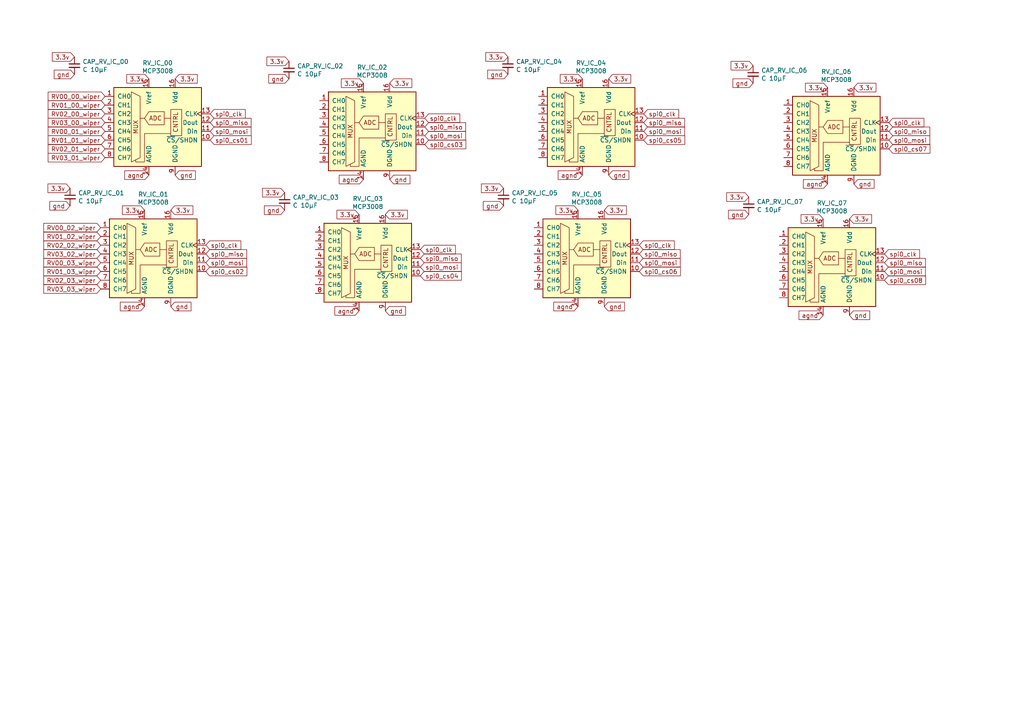
<source format=kicad_sch>
(kicad_sch (version 20230121) (generator eeschema)
  (paper "A4")
  (lib_symbols
    (symbol "Analog_ADC:MCP3008" (pin_names (offset 1.016))
      (property "Reference" "U" (at -5.08 13.335 0))
      (property "Value" "MCP3008" (at -5.08 11.43 0))
      (symbol "MCP3008_0_0"
        (text "ADC" (at -0.635 1.27 0) (effects (font (size 1.27 1.27))))
        (text "CNTRL" (at 5.969 -2.921 900) (effects (font (size 1.27 1.27)) (justify left bottom)))
        (text "MUX" (at -6.35 -1.27 900) (effects (font (size 1.27 1.27))))
      )
      (symbol "MCP3008_0_1"
        (polyline (pts (xy -3.81 1.27) (xy -5.08 1.27)))
        (polyline (pts (xy 1.905 1.27) (xy 3.81 1.27)))
        (polyline (pts (xy -7.62 8.89) (xy -7.62 -11.43) (xy -5.08 -10.16) (xy -5.08 7.62) (xy -7.62 8.89)))
        (polyline (pts (xy 3.81 -3.175) (xy -3.81 -3.175) (xy -3.81 -11.43) (xy -6.35 -11.43) (xy -6.35 -10.795)))
        (polyline (pts (xy 1.905 3.175) (xy 1.905 -0.635) (xy -2.54 -0.635) (xy -3.81 1.27) (xy -2.54 3.175) (xy 1.905 3.175)))
        (rectangle (start 3.81 -3.81) (end 6.985 3.81))
        (rectangle (start 12.7 -12.7) (end -12.7 10.16) (stroke (width 0.254)) (fill (type background)))
      )
      (symbol "MCP3008_1_1"
        (pin input line (at -15.24 7.62 0) (length 2.54) (name "CH0") (number "1"))
        (pin input line (at 15.24 -5.08 180) (length 2.54) (name "~{CS}/SHDN") (number "10"))
        (pin input line (at 15.24 -2.54 180) (length 2.54) (name "Din") (number "11"))
        (pin output line (at 15.24 0 180) (length 2.54) (name "Dout") (number "12"))
        (pin input clock (at 15.24 2.54 180) (length 2.54) (name "CLK") (number "13"))
        (pin power_in line (at -2.54 -15.24 90) (length 2.54) (name "AGND") (number "14"))
        (pin power_in line (at -2.54 12.7 270) (length 2.54) (name "Vref") (number "15"))
        (pin power_in line (at 5.08 12.7 270) (length 2.54) (name "Vdd") (number "16"))
        (pin input line (at -15.24 5.08 0) (length 2.54) (name "CH1") (number "2"))
        (pin input line (at -15.24 2.54 0) (length 2.54) (name "CH2") (number "3"))
        (pin input line (at -15.24 0 0) (length 2.54) (name "CH3") (number "4"))
        (pin input line (at -15.24 -2.54 0) (length 2.54) (name "CH4") (number "5"))
        (pin input line (at -15.24 -5.08 0) (length 2.54) (name "CH5") (number "6"))
        (pin input line (at -15.24 -7.62 0) (length 2.54) (name "CH6") (number "7"))
        (pin input line (at -15.24 -10.16 0) (length 2.54) (name "CH7") (number "8"))
        (pin power_in line (at 5.08 -15.24 90) (length 2.54) (name "DGND") (number "9"))
      )
    )
    (symbol "Device:C_Small" (pin_numbers hide) (pin_names (offset 0.254) hide)
      (property "Reference" "C" (at 0.254 1.778 0))
      (property "Value" "C_Small" (at 0.254 -2.032 0))
      (symbol "C_Small_0_1"
        (polyline (pts (xy -1.524 -0.508) (xy 1.524 -0.508)) (stroke (width 0.3302)))
        (polyline (pts (xy -1.524 0.508) (xy 1.524 0.508)) (stroke (width 0.3048)))
      )
      (symbol "C_Small_1_1"
        (pin passive line (at 0 2.54 270) (length 2.032) (name "~") (number "1"))
        (pin passive line (at 0 -2.54 90) (length 2.032) (name "~") (number "2"))
      )
    )
  )
  (global_label "spi0_mosi" (shape input) (at 123.19 39.37 0) (property "Intersheetrefs" "${INTERSHEET_REFS}" (effects hide)))
  (global_label "RV01_02_wiper" (shape input) (at 29.21 68.58 180) (property "Intersheetrefs" "${INTERSHEET_REFS}" (effects hide)))
  (global_label "gnd" (shape input) (at 113.03 52.07 0) (property "Intersheetrefs" "${INTERSHEET_REFS}" (effects hide)))
  (global_label "gnd" (shape input) (at 82.55 60.96 180) (property "Intersheetrefs" "${INTERSHEET_REFS}" (effects hide)))
  (global_label "3.3v" (shape input) (at 41.91 60.96 180) (property "Intersheetrefs" "${INTERSHEET_REFS}" (effects hide)))
  (global_label "3.3v" (shape input) (at 247.65 25.4 0) (property "Intersheetrefs" "${INTERSHEET_REFS}" (effects hide)))
  (global_label "3.3v" (shape input) (at 176.53 22.86 0) (property "Intersheetrefs" "${INTERSHEET_REFS}" (effects hide)))
  (global_label "spi0_clk" (shape input) (at 256.54 73.66 0) (property "Intersheetrefs" "${INTERSHEET_REFS}" (effects hide)))
  (global_label "RV00_01_wiper" (shape input) (at 30.48 38.1 180) (property "Intersheetrefs" "${INTERSHEET_REFS}" (effects hide)))
  (global_label "RV02_00_wiper" (shape input) (at 30.48 33.02 180) (property "Intersheetrefs" "${INTERSHEET_REFS}" (effects hide)))
  (global_label "RV00_03_wiper" (shape input) (at 29.21 76.2 180) (property "Intersheetrefs" "${INTERSHEET_REFS}" (effects hide)))
  (global_label "agnd" (shape input) (at 168.91 50.8 180) (property "Intersheetrefs" "${INTERSHEET_REFS}" (effects hide)))
  (global_label "RV03_03_wiper" (shape input) (at 29.21 83.82 180) (property "Intersheetrefs" "${INTERSHEET_REFS}" (effects hide)))
  (global_label "spi0_miso" (shape input) (at 257.81 38.1 0) (property "Intersheetrefs" "${INTERSHEET_REFS}" (effects hide)))
  (global_label "spi0_mosi" (shape input) (at 60.96 38.1 0) (property "Intersheetrefs" "${INTERSHEET_REFS}" (effects hide)))
  (global_label "agnd" (shape input) (at 105.41 52.07 180) (property "Intersheetrefs" "${INTERSHEET_REFS}" (effects hide)))
  (global_label "3.3v" (shape input) (at 246.38 63.5 0) (property "Intersheetrefs" "${INTERSHEET_REFS}" (effects hide)))
  (global_label "gnd" (shape input) (at 146.05 59.69 180) (property "Intersheetrefs" "${INTERSHEET_REFS}" (effects hide)))
  (global_label "RV03_02_wiper" (shape input) (at 29.21 73.66 180) (property "Intersheetrefs" "${INTERSHEET_REFS}" (effects hide)))
  (global_label "3.3v" (shape input) (at 147.32 16.51 180) (property "Intersheetrefs" "${INTERSHEET_REFS}" (effects hide)))
  (global_label "3.3v" (shape input) (at 238.76 63.5 180) (property "Intersheetrefs" "${INTERSHEET_REFS}" (effects hide)))
  (global_label "spi0_cs08" (shape input) (at 256.54 81.28 0) (property "Intersheetrefs" "${INTERSHEET_REFS}" (effects hide)))
  (global_label "spi0_mosi" (shape input) (at 185.42 76.2 0) (property "Intersheetrefs" "${INTERSHEET_REFS}" (effects hide)))
  (global_label "agnd" (shape input) (at 238.76 91.44 180) (property "Intersheetrefs" "${INTERSHEET_REFS}" (effects hide)))
  (global_label "3.3v" (shape input) (at 111.76 62.23 0) (property "Intersheetrefs" "${INTERSHEET_REFS}" (effects hide)))
  (global_label "3.3v" (shape input) (at 43.18 22.86 180) (property "Intersheetrefs" "${INTERSHEET_REFS}" (effects hide)))
  (global_label "3.3v" (shape input) (at 168.91 22.86 180) (property "Intersheetrefs" "${INTERSHEET_REFS}" (effects hide)))
  (global_label "3.3v" (shape input) (at 105.41 24.13 180) (property "Intersheetrefs" "${INTERSHEET_REFS}" (effects hide)))
  (global_label "3.3v" (shape input) (at 83.82 17.78 180) (property "Intersheetrefs" "${INTERSHEET_REFS}" (effects hide)))
  (global_label "spi0_miso" (shape input) (at 59.69 73.66 0) (property "Intersheetrefs" "${INTERSHEET_REFS}" (effects hide)))
  (global_label "spi0_clk" (shape input) (at 186.69 33.02 0) (property "Intersheetrefs" "${INTERSHEET_REFS}" (effects hide)))
  (global_label "3.3v" (shape input) (at 113.03 24.13 0) (property "Intersheetrefs" "${INTERSHEET_REFS}" (effects hide)))
  (global_label "gnd" (shape input) (at 247.65 53.34 0) (property "Intersheetrefs" "${INTERSHEET_REFS}" (effects hide)))
  (global_label "3.3v" (shape input) (at 146.05 54.61 180) (property "Intersheetrefs" "${INTERSHEET_REFS}" (effects hide)))
  (global_label "spi0_mosi" (shape input) (at 121.92 77.47 0) (property "Intersheetrefs" "${INTERSHEET_REFS}" (effects hide)))
  (global_label "RV02_03_wiper" (shape input) (at 29.21 81.28 180) (property "Intersheetrefs" "${INTERSHEET_REFS}" (effects hide)))
  (global_label "3.3v" (shape input) (at 49.53 60.96 0) (property "Intersheetrefs" "${INTERSHEET_REFS}" (effects hide)))
  (global_label "3.3v" (shape input) (at 175.26 60.96 0) (property "Intersheetrefs" "${INTERSHEET_REFS}" (effects hide)))
  (global_label "spi0_cs07" (shape input) (at 257.81 43.18 0) (property "Intersheetrefs" "${INTERSHEET_REFS}" (effects hide)))
  (global_label "3.3v" (shape input) (at 50.8 22.86 0) (property "Intersheetrefs" "${INTERSHEET_REFS}" (effects hide)))
  (global_label "gnd" (shape input) (at 217.17 62.23 180) (property "Intersheetrefs" "${INTERSHEET_REFS}" (effects hide)))
  (global_label "RV01_00_wiper" (shape input) (at 30.48 30.48 180) (property "Intersheetrefs" "${INTERSHEET_REFS}" (effects hide)))
  (global_label "spi0_cs04" (shape input) (at 121.92 80.01 0) (property "Intersheetrefs" "${INTERSHEET_REFS}" (effects hide)))
  (global_label "gnd" (shape input) (at 83.82 22.86 180) (property "Intersheetrefs" "${INTERSHEET_REFS}" (effects hide)))
  (global_label "spi0_cs06" (shape input) (at 185.42 78.74 0) (property "Intersheetrefs" "${INTERSHEET_REFS}" (effects hide)))
  (global_label "3.3v" (shape input) (at 218.44 19.05 180) (property "Intersheetrefs" "${INTERSHEET_REFS}" (effects hide)))
  (global_label "gnd" (shape input) (at 218.44 24.13 180) (property "Intersheetrefs" "${INTERSHEET_REFS}" (effects hide)))
  (global_label "spi0_miso" (shape input) (at 256.54 76.2 0) (property "Intersheetrefs" "${INTERSHEET_REFS}" (effects hide)))
  (global_label "spi0_mosi" (shape input) (at 59.69 76.2 0) (property "Intersheetrefs" "${INTERSHEET_REFS}" (effects hide)))
  (global_label "gnd" (shape input) (at 246.38 91.44 0) (property "Intersheetrefs" "${INTERSHEET_REFS}" (effects hide)))
  (global_label "RV02_02_wiper" (shape input) (at 29.21 71.12 180) (property "Intersheetrefs" "${INTERSHEET_REFS}" (effects hide)))
  (global_label "agnd" (shape input) (at 167.64 88.9 180) (property "Intersheetrefs" "${INTERSHEET_REFS}" (effects hide)))
  (global_label "gnd" (shape input) (at 50.8 50.8 0) (property "Intersheetrefs" "${INTERSHEET_REFS}" (effects hide)))
  (global_label "RV02_01_wiper" (shape input) (at 30.48 43.18 180) (property "Intersheetrefs" "${INTERSHEET_REFS}" (effects hide)))
  (global_label "gnd" (shape input) (at 147.32 21.59 180) (property "Intersheetrefs" "${INTERSHEET_REFS}" (effects hide)))
  (global_label "spi0_cs01" (shape input) (at 60.96 40.64 0) (property "Intersheetrefs" "${INTERSHEET_REFS}" (effects hide)))
  (global_label "spi0_miso" (shape input) (at 60.96 35.56 0) (property "Intersheetrefs" "${INTERSHEET_REFS}" (effects hide)))
  (global_label "agnd" (shape input) (at 104.14 90.17 180) (property "Intersheetrefs" "${INTERSHEET_REFS}" (effects hide)))
  (global_label "RV00_02_wiper" (shape input) (at 29.21 66.04 180) (property "Intersheetrefs" "${INTERSHEET_REFS}" (effects hide)))
  (global_label "RV03_01_wiper" (shape input) (at 30.48 45.72 180) (property "Intersheetrefs" "${INTERSHEET_REFS}" (effects hide)))
  (global_label "spi0_clk" (shape input) (at 123.19 34.29 0) (property "Intersheetrefs" "${INTERSHEET_REFS}" (effects hide)))
  (global_label "spi0_clk" (shape input) (at 257.81 35.56 0) (property "Intersheetrefs" "${INTERSHEET_REFS}" (effects hide)))
  (global_label "gnd" (shape input) (at 20.32 59.69 180) (property "Intersheetrefs" "${INTERSHEET_REFS}" (effects hide)))
  (global_label "spi0_cs03" (shape input) (at 123.19 41.91 0) (property "Intersheetrefs" "${INTERSHEET_REFS}" (effects hide)))
  (global_label "3.3v" (shape input) (at 217.17 57.15 180) (property "Intersheetrefs" "${INTERSHEET_REFS}" (effects hide)))
  (global_label "gnd" (shape input) (at 49.53 88.9 0) (property "Intersheetrefs" "${INTERSHEET_REFS}" (effects hide)))
  (global_label "spi0_cs05" (shape input) (at 186.69 40.64 0) (property "Intersheetrefs" "${INTERSHEET_REFS}" (effects hide)))
  (global_label "gnd" (shape input) (at 175.26 88.9 0) (property "Intersheetrefs" "${INTERSHEET_REFS}" (effects hide)))
  (global_label "spi0_clk" (shape input) (at 60.96 33.02 0) (property "Intersheetrefs" "${INTERSHEET_REFS}" (effects hide)))
  (global_label "gnd" (shape input) (at 21.59 21.59 180) (property "Intersheetrefs" "${INTERSHEET_REFS}" (effects hide)))
  (global_label "RV01_03_wiper" (shape input) (at 29.21 78.74 180) (property "Intersheetrefs" "${INTERSHEET_REFS}" (effects hide)))
  (global_label "spi0_cs02" (shape input) (at 59.69 78.74 0) (property "Intersheetrefs" "${INTERSHEET_REFS}" (effects hide)))
  (global_label "spi0_miso" (shape input) (at 123.19 36.83 0) (property "Intersheetrefs" "${INTERSHEET_REFS}" (effects hide)))
  (global_label "spi0_miso" (shape input) (at 185.42 73.66 0) (property "Intersheetrefs" "${INTERSHEET_REFS}" (effects hide)))
  (global_label "gnd" (shape input) (at 176.53 50.8 0) (property "Intersheetrefs" "${INTERSHEET_REFS}" (effects hide)))
  (global_label "agnd" (shape input) (at 240.03 53.34 180) (property "Intersheetrefs" "${INTERSHEET_REFS}" (effects hide)))
  (global_label "3.3v" (shape input) (at 104.14 62.23 180) (property "Intersheetrefs" "${INTERSHEET_REFS}" (effects hide)))
  (global_label "3.3v" (shape input) (at 82.55 55.88 180) (property "Intersheetrefs" "${INTERSHEET_REFS}" (effects hide)))
  (global_label "spi0_mosi" (shape input) (at 257.81 40.64 0) (property "Intersheetrefs" "${INTERSHEET_REFS}" (effects hide)))
  (global_label "3.3v" (shape input) (at 21.59 16.51 180) (property "Intersheetrefs" "${INTERSHEET_REFS}" (effects hide)))
  (global_label "3.3v" (shape input) (at 167.64 60.96 180) (property "Intersheetrefs" "${INTERSHEET_REFS}" (effects hide)))
  (global_label "spi0_mosi" (shape input) (at 256.54 78.74 0) (property "Intersheetrefs" "${INTERSHEET_REFS}" (effects hide)))
  (global_label "spi0_clk" (shape input) (at 121.92 72.39 0) (property "Intersheetrefs" "${INTERSHEET_REFS}" (effects hide)))
  (global_label "RV03_00_wiper" (shape input) (at 30.48 35.56 180) (property "Intersheetrefs" "${INTERSHEET_REFS}" (effects hide)))
  (global_label "spi0_mosi" (shape input) (at 186.69 38.1 0) (property "Intersheetrefs" "${INTERSHEET_REFS}" (effects hide)))
  (global_label "3.3v" (shape input) (at 240.03 25.4 180) (property "Intersheetrefs" "${INTERSHEET_REFS}" (effects hide)))
  (global_label "spi0_clk" (shape input) (at 59.69 71.12 0) (property "Intersheetrefs" "${INTERSHEET_REFS}" (effects hide)))
  (global_label "agnd" (shape input) (at 43.18 50.8 180) (property "Intersheetrefs" "${INTERSHEET_REFS}" (effects hide)))
  (global_label "gnd" (shape input) (at 111.76 90.17 0) (property "Intersheetrefs" "${INTERSHEET_REFS}" (effects hide)))
  (global_label "spi0_clk" (shape input) (at 185.42 71.12 0) (property "Intersheetrefs" "${INTERSHEET_REFS}" (effects hide)))
  (global_label "RV01_01_wiper" (shape input) (at 30.48 40.64 180) (property "Intersheetrefs" "${INTERSHEET_REFS}" (effects hide)))
  (global_label "spi0_miso" (shape input) (at 121.92 74.93 0) (property "Intersheetrefs" "${INTERSHEET_REFS}" (effects hide)))
  (global_label "spi0_miso" (shape input) (at 186.69 35.56 0) (property "Intersheetrefs" "${INTERSHEET_REFS}" (effects hide)))
  (global_label "RV00_00_wiper" (shape input) (at 30.48 27.94 180) (property "Intersheetrefs" "${INTERSHEET_REFS}" (effects hide)))
  (global_label "3.3v" (shape input) (at 20.32 54.61 180) (property "Intersheetrefs" "${INTERSHEET_REFS}" (effects hide)))
  (global_label "agnd" (shape input) (at 41.91 88.9 180) (property "Intersheetrefs" "${INTERSHEET_REFS}" (effects hide)))
  (symbol (lib_id "Analog_ADC:MCP3008") (at 45.72 35.56 0) (unit 1)
    (property "Reference" "RV_IC_00" (at 45.72 18.2626 0))
    (property "Value" "MCP3008" (at 45.72 20.574 0))
    (property "Footprint" "Package_DIP:DIP-16_W7.62mm" (effects hide))
    (property "Datasheet" "http://ww1.microchip.com/downloads/en/DeviceDoc/21295d.pdf" (effects hide))
    (instances (project "kp_gmapminiproto" (path "" (reference "RV_IC_00") (unit 1)) (path "" (reference "RVIC_?") (unit 1))))
  )
  (symbol (lib_id "Analog_ADC:MCP3008") (at 44.45 73.66 0) (unit 1)
    (property "Reference" "RV_IC_01" (at 44.45 56.3626 0))
    (property "Value" "MCP3008" (at 44.45 58.674 0))
    (property "Footprint" "Package_DIP:DIP-16_W7.62mm" (effects hide))
    (property "Datasheet" "http://ww1.microchip.com/downloads/en/DeviceDoc/21295d.pdf" (effects hide))
    (instances (project "kp_gmapminiproto" (path "" (reference "RV_IC_01") (unit 1)) (path "" (reference "RVIC_?") (unit 1))))
  )
  (symbol (lib_id "Analog_ADC:MCP3008") (at 107.95 36.83 0) (unit 1)
    (property "Reference" "RV_IC_02" (at 107.95 19.5326 0))
    (property "Value" "MCP3008" (at 107.95 21.844 0))
    (property "Footprint" "Package_DIP:DIP-16_W7.62mm" (effects hide))
    (property "Datasheet" "http://ww1.microchip.com/downloads/en/DeviceDoc/21295d.pdf" (effects hide))
    (instances (project "kp_gmapminiproto" (path "" (reference "RV_IC_02") (unit 1)) (path "" (reference "RVIC_?") (unit 1))))
  )
  (symbol (lib_id "Analog_ADC:MCP3008") (at 106.68 74.93 0) (unit 1)
    (property "Reference" "RV_IC_03" (at 106.68 57.6326 0))
    (property "Value" "MCP3008" (at 106.68 59.944 0))
    (property "Footprint" "Package_DIP:DIP-16_W7.62mm" (effects hide))
    (property "Datasheet" "http://ww1.microchip.com/downloads/en/DeviceDoc/21295d.pdf" (effects hide))
    (instances (project "kp_gmapminiproto" (path "" (reference "RV_IC_03") (unit 1)) (path "" (reference "RVIC_?") (unit 1))))
  )
  (symbol (lib_id "Device:C_Small") (at 83.82 20.32 0) (unit 1)
    (property "Reference" "CAP_RV_IC_02" (at 86.1568 19.1516 0) (effects (justify left)))
    (property "Value" "C 10µF" (at 86.1568 21.463 0) (effects (justify left)))
    (property "Footprint" "Capacitor_THT:C_Disc_D5.0mm_W2.5mm_P2.50mm" (effects hide))
    (instances (project "kp_gmapminiproto" (path "" (reference "CAP_RV_IC_02") (unit 1)) (path "" (reference "CAP_RV00_?") (unit 1))))
  )
  (symbol (lib_id "Device:C_Small") (at 82.55 58.42 0) (unit 1)
    (property "Reference" "CAP_RV_IC_03" (at 84.8868 57.2516 0) (effects (justify left)))
    (property "Value" "C 10µF" (at 84.8868 59.563 0) (effects (justify left)))
    (property "Footprint" "Capacitor_THT:C_Disc_D5.0mm_W2.5mm_P2.50mm" (effects hide))
    (instances (project "kp_gmapminiproto" (path "" (reference "CAP_RV_IC_03") (unit 1)) (path "" (reference "CAP_RVIC_?") (unit 1))))
  )
  (symbol (lib_id "Analog_ADC:MCP3008") (at 171.45 35.56 0) (unit 1)
    (property "Reference" "RV_IC_04" (at 171.45 18.2626 0))
    (property "Value" "MCP3008" (at 171.45 20.574 0))
    (property "Footprint" "Package_DIP:DIP-16_W7.62mm" (effects hide))
    (property "Datasheet" "http://ww1.microchip.com/downloads/en/DeviceDoc/21295d.pdf" (effects hide))
    (instances (project "kp_gmapminiproto" (path "" (reference "RV_IC_04") (unit 1)) (path "" (reference "RVIC_?") (unit 1))))
  )
  (symbol (lib_id "Analog_ADC:MCP3008") (at 170.18 73.66 0) (unit 1)
    (property "Reference" "RV_IC_05" (at 170.18 56.3626 0))
    (property "Value" "MCP3008" (at 170.18 58.674 0))
    (property "Footprint" "Package_DIP:DIP-16_W7.62mm" (effects hide))
    (property "Datasheet" "http://ww1.microchip.com/downloads/en/DeviceDoc/21295d.pdf" (effects hide))
    (instances (project "kp_gmapminiproto" (path "" (reference "RV_IC_05") (unit 1)) (path "" (reference "RVIC_?") (unit 1))))
  )
  (symbol (lib_id "Device:C_Small") (at 147.32 19.05 0) (unit 1)
    (property "Reference" "CAP_RV_IC_04" (at 149.6568 17.8816 0) (effects (justify left)))
    (property "Value" "C 10µF" (at 149.6568 20.193 0) (effects (justify left)))
    (property "Footprint" "Capacitor_THT:C_Disc_D5.0mm_W2.5mm_P2.50mm" (effects hide))
    (instances (project "kp_gmapminiproto" (path "" (reference "CAP_RV_IC_04") (unit 1)) (path "" (reference "CAP_RV00_?") (unit 1))))
  )
  (symbol (lib_id "Device:C_Small") (at 146.05 57.15 0) (unit 1)
    (property "Reference" "CAP_RV_IC_05" (at 148.3868 55.9816 0) (effects (justify left)))
    (property "Value" "C 10µF" (at 148.3868 58.293 0) (effects (justify left)))
    (property "Footprint" "Capacitor_THT:C_Disc_D5.0mm_W2.5mm_P2.50mm" (effects hide))
    (instances (project "kp_gmapminiproto" (path "" (reference "CAP_RV_IC_05") (unit 1)) (path "" (reference "CAP_RVIC_?") (unit 1))))
  )
  (symbol (lib_id "Analog_ADC:MCP3008") (at 242.57 38.1 0) (unit 1)
    (property "Reference" "RV_IC_06" (at 242.57 20.8026 0))
    (property "Value" "MCP3008" (at 242.57 23.114 0))
    (property "Footprint" "Package_DIP:DIP-16_W7.62mm" (effects hide))
    (property "Datasheet" "http://ww1.microchip.com/downloads/en/DeviceDoc/21295d.pdf" (effects hide))
    (instances (project "kp_gmapminiproto" (path "" (reference "RV_IC_06") (unit 1)) (path "" (reference "RVIC_?") (unit 1))))
  )
  (symbol (lib_id "Analog_ADC:MCP3008") (at 241.3 76.2 0) (unit 1)
    (property "Reference" "RV_IC_07" (at 241.3 58.9026 0))
    (property "Value" "MCP3008" (at 241.3 61.214 0))
    (property "Footprint" "Package_DIP:DIP-16_W7.62mm" (effects hide))
    (property "Datasheet" "http://ww1.microchip.com/downloads/en/DeviceDoc/21295d.pdf" (effects hide))
    (instances (project "kp_gmapminiproto" (path "" (reference "RV_IC_07") (unit 1)) (path "" (reference "RVIC_?") (unit 1))))
  )
  (symbol (lib_id "Device:C_Small") (at 218.44 21.59 0) (unit 1)
    (property "Reference" "CAP_RV_IC_06" (at 220.7768 20.4216 0) (effects (justify left)))
    (property "Value" "C 10µF" (at 220.7768 22.733 0) (effects (justify left)))
    (property "Footprint" "Capacitor_THT:C_Disc_D5.0mm_W2.5mm_P2.50mm" (effects hide))
    (instances (project "kp_gmapminiproto" (path "" (reference "CAP_RV_IC_06") (unit 1)) (path "" (reference "CAP_RV00_?") (unit 1))))
  )
  (symbol (lib_id "Device:C_Small") (at 217.17 59.69 0) (unit 1)
    (property "Reference" "CAP_RV_IC_07" (at 219.5068 58.5216 0) (effects (justify left)))
    (property "Value" "C 10µF" (at 219.5068 60.833 0) (effects (justify left)))
    (property "Footprint" "Capacitor_THT:C_Disc_D5.0mm_W2.5mm_P2.50mm" (effects hide))
    (instances (project "kp_gmapminiproto" (path "" (reference "CAP_RV_IC_07") (unit 1)) (path "" (reference "CAP_RVIC_?") (unit 1))))
  )
  (symbol (lib_id "Device:C_Small") (at 21.59 19.05 0) (unit 1)
    (property "Reference" "CAP_RV_IC_00" (at 23.9268 17.8816 0) (effects (justify left)))
    (property "Value" "C 10µF" (at 23.9268 20.193 0) (effects (justify left)))
    (property "Footprint" "Capacitor_THT:C_Disc_D5.0mm_W2.5mm_P2.50mm" (effects hide))
    (instances (project "kp_gmapminiproto" (path "" (reference "CAP_RV_IC_00") (unit 1)) (path "" (reference "CAP_RV00_?") (unit 1))))
  )
  (symbol (lib_id "Device:C_Small") (at 20.32 57.15 0) (unit 1)
    (property "Reference" "CAP_RV_IC_01" (at 22.6568 55.9816 0) (effects (justify left)))
    (property "Value" "C 10µF" (at 22.6568 58.293 0) (effects (justify left)))
    (property "Footprint" "Capacitor_THT:C_Disc_D5.0mm_W2.5mm_P2.50mm" (effects hide))
    (instances (project "kp_gmapminiproto" (path "" (reference "CAP_RV_IC_01") (unit 1)) (path "" (reference "CAP_RVIC_?") (unit 1))))
  )
)
</source>
